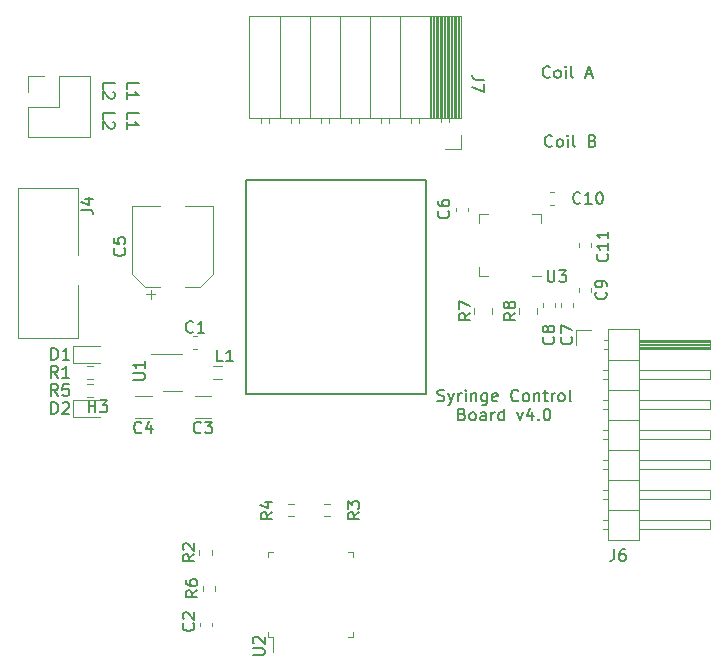
<source format=gbr>
G04 #@! TF.GenerationSoftware,KiCad,Pcbnew,(5.99.0-6632-gb710573c5)*
G04 #@! TF.CreationDate,2020-11-23T17:19:51-05:00*
G04 #@! TF.ProjectId,syringe_board,73797269-6e67-4655-9f62-6f6172642e6b,3.3*
G04 #@! TF.SameCoordinates,Original*
G04 #@! TF.FileFunction,Legend,Top*
G04 #@! TF.FilePolarity,Positive*
%FSLAX46Y46*%
G04 Gerber Fmt 4.6, Leading zero omitted, Abs format (unit mm)*
G04 Created by KiCad (PCBNEW (5.99.0-6632-gb710573c5)) date 2020-11-23 17:19:51*
%MOMM*%
%LPD*%
G01*
G04 APERTURE LIST*
%ADD10C,0.200000*%
%ADD11C,0.150000*%
%ADD12C,0.120000*%
%ADD13C,0.127000*%
G04 APERTURE END LIST*
D10*
X152599142Y-100945761D02*
X152742000Y-100993380D01*
X152980095Y-100993380D01*
X153075333Y-100945761D01*
X153122952Y-100898142D01*
X153170571Y-100802904D01*
X153170571Y-100707666D01*
X153122952Y-100612428D01*
X153075333Y-100564809D01*
X152980095Y-100517190D01*
X152789619Y-100469571D01*
X152694380Y-100421952D01*
X152646761Y-100374333D01*
X152599142Y-100279095D01*
X152599142Y-100183857D01*
X152646761Y-100088619D01*
X152694380Y-100041000D01*
X152789619Y-99993380D01*
X153027714Y-99993380D01*
X153170571Y-100041000D01*
X153503904Y-100326714D02*
X153742000Y-100993380D01*
X153980095Y-100326714D02*
X153742000Y-100993380D01*
X153646761Y-101231476D01*
X153599142Y-101279095D01*
X153503904Y-101326714D01*
X154361047Y-100993380D02*
X154361047Y-100326714D01*
X154361047Y-100517190D02*
X154408666Y-100421952D01*
X154456285Y-100374333D01*
X154551523Y-100326714D01*
X154646761Y-100326714D01*
X154980095Y-100993380D02*
X154980095Y-100326714D01*
X154980095Y-99993380D02*
X154932476Y-100041000D01*
X154980095Y-100088619D01*
X155027714Y-100041000D01*
X154980095Y-99993380D01*
X154980095Y-100088619D01*
X155456285Y-100326714D02*
X155456285Y-100993380D01*
X155456285Y-100421952D02*
X155503904Y-100374333D01*
X155599142Y-100326714D01*
X155742000Y-100326714D01*
X155837238Y-100374333D01*
X155884857Y-100469571D01*
X155884857Y-100993380D01*
X156789619Y-100326714D02*
X156789619Y-101136238D01*
X156742000Y-101231476D01*
X156694380Y-101279095D01*
X156599142Y-101326714D01*
X156456285Y-101326714D01*
X156361047Y-101279095D01*
X156789619Y-100945761D02*
X156694380Y-100993380D01*
X156503904Y-100993380D01*
X156408666Y-100945761D01*
X156361047Y-100898142D01*
X156313428Y-100802904D01*
X156313428Y-100517190D01*
X156361047Y-100421952D01*
X156408666Y-100374333D01*
X156503904Y-100326714D01*
X156694380Y-100326714D01*
X156789619Y-100374333D01*
X157646761Y-100945761D02*
X157551523Y-100993380D01*
X157361047Y-100993380D01*
X157265809Y-100945761D01*
X157218190Y-100850523D01*
X157218190Y-100469571D01*
X157265809Y-100374333D01*
X157361047Y-100326714D01*
X157551523Y-100326714D01*
X157646761Y-100374333D01*
X157694380Y-100469571D01*
X157694380Y-100564809D01*
X157218190Y-100660047D01*
X159456285Y-100898142D02*
X159408666Y-100945761D01*
X159265809Y-100993380D01*
X159170571Y-100993380D01*
X159027714Y-100945761D01*
X158932476Y-100850523D01*
X158884857Y-100755285D01*
X158837238Y-100564809D01*
X158837238Y-100421952D01*
X158884857Y-100231476D01*
X158932476Y-100136238D01*
X159027714Y-100041000D01*
X159170571Y-99993380D01*
X159265809Y-99993380D01*
X159408666Y-100041000D01*
X159456285Y-100088619D01*
X160027714Y-100993380D02*
X159932476Y-100945761D01*
X159884857Y-100898142D01*
X159837238Y-100802904D01*
X159837238Y-100517190D01*
X159884857Y-100421952D01*
X159932476Y-100374333D01*
X160027714Y-100326714D01*
X160170571Y-100326714D01*
X160265809Y-100374333D01*
X160313428Y-100421952D01*
X160361047Y-100517190D01*
X160361047Y-100802904D01*
X160313428Y-100898142D01*
X160265809Y-100945761D01*
X160170571Y-100993380D01*
X160027714Y-100993380D01*
X160789619Y-100326714D02*
X160789619Y-100993380D01*
X160789619Y-100421952D02*
X160837238Y-100374333D01*
X160932476Y-100326714D01*
X161075333Y-100326714D01*
X161170571Y-100374333D01*
X161218190Y-100469571D01*
X161218190Y-100993380D01*
X161551523Y-100326714D02*
X161932476Y-100326714D01*
X161694380Y-99993380D02*
X161694380Y-100850523D01*
X161742000Y-100945761D01*
X161837238Y-100993380D01*
X161932476Y-100993380D01*
X162265809Y-100993380D02*
X162265809Y-100326714D01*
X162265809Y-100517190D02*
X162313428Y-100421952D01*
X162361047Y-100374333D01*
X162456285Y-100326714D01*
X162551523Y-100326714D01*
X163027714Y-100993380D02*
X162932476Y-100945761D01*
X162884857Y-100898142D01*
X162837238Y-100802904D01*
X162837238Y-100517190D01*
X162884857Y-100421952D01*
X162932476Y-100374333D01*
X163027714Y-100326714D01*
X163170571Y-100326714D01*
X163265809Y-100374333D01*
X163313428Y-100421952D01*
X163361047Y-100517190D01*
X163361047Y-100802904D01*
X163313428Y-100898142D01*
X163265809Y-100945761D01*
X163170571Y-100993380D01*
X163027714Y-100993380D01*
X163932476Y-100993380D02*
X163837238Y-100945761D01*
X163789619Y-100850523D01*
X163789619Y-99993380D01*
X154694380Y-102079571D02*
X154837238Y-102127190D01*
X154884857Y-102174809D01*
X154932476Y-102270047D01*
X154932476Y-102412904D01*
X154884857Y-102508142D01*
X154837238Y-102555761D01*
X154742000Y-102603380D01*
X154361047Y-102603380D01*
X154361047Y-101603380D01*
X154694380Y-101603380D01*
X154789619Y-101651000D01*
X154837238Y-101698619D01*
X154884857Y-101793857D01*
X154884857Y-101889095D01*
X154837238Y-101984333D01*
X154789619Y-102031952D01*
X154694380Y-102079571D01*
X154361047Y-102079571D01*
X155503904Y-102603380D02*
X155408666Y-102555761D01*
X155361047Y-102508142D01*
X155313428Y-102412904D01*
X155313428Y-102127190D01*
X155361047Y-102031952D01*
X155408666Y-101984333D01*
X155503904Y-101936714D01*
X155646761Y-101936714D01*
X155742000Y-101984333D01*
X155789619Y-102031952D01*
X155837238Y-102127190D01*
X155837238Y-102412904D01*
X155789619Y-102508142D01*
X155742000Y-102555761D01*
X155646761Y-102603380D01*
X155503904Y-102603380D01*
X156694380Y-102603380D02*
X156694380Y-102079571D01*
X156646761Y-101984333D01*
X156551523Y-101936714D01*
X156361047Y-101936714D01*
X156265809Y-101984333D01*
X156694380Y-102555761D02*
X156599142Y-102603380D01*
X156361047Y-102603380D01*
X156265809Y-102555761D01*
X156218190Y-102460523D01*
X156218190Y-102365285D01*
X156265809Y-102270047D01*
X156361047Y-102222428D01*
X156599142Y-102222428D01*
X156694380Y-102174809D01*
X157170571Y-102603380D02*
X157170571Y-101936714D01*
X157170571Y-102127190D02*
X157218190Y-102031952D01*
X157265809Y-101984333D01*
X157361047Y-101936714D01*
X157456285Y-101936714D01*
X158218190Y-102603380D02*
X158218190Y-101603380D01*
X158218190Y-102555761D02*
X158122952Y-102603380D01*
X157932476Y-102603380D01*
X157837238Y-102555761D01*
X157789619Y-102508142D01*
X157742000Y-102412904D01*
X157742000Y-102127190D01*
X157789619Y-102031952D01*
X157837238Y-101984333D01*
X157932476Y-101936714D01*
X158122952Y-101936714D01*
X158218190Y-101984333D01*
X159361047Y-101936714D02*
X159599142Y-102603380D01*
X159837238Y-101936714D01*
X160646761Y-101936714D02*
X160646761Y-102603380D01*
X160408666Y-101555761D02*
X160170571Y-102270047D01*
X160789619Y-102270047D01*
X161170571Y-102508142D02*
X161218190Y-102555761D01*
X161170571Y-102603380D01*
X161122952Y-102555761D01*
X161170571Y-102508142D01*
X161170571Y-102603380D01*
X161837238Y-101603380D02*
X161932476Y-101603380D01*
X162027714Y-101651000D01*
X162075333Y-101698619D01*
X162122952Y-101793857D01*
X162170571Y-101984333D01*
X162170571Y-102222428D01*
X162122952Y-102412904D01*
X162075333Y-102508142D01*
X162027714Y-102555761D01*
X161932476Y-102603380D01*
X161837238Y-102603380D01*
X161742000Y-102555761D01*
X161694380Y-102508142D01*
X161646761Y-102412904D01*
X161599142Y-102222428D01*
X161599142Y-101984333D01*
X161646761Y-101793857D01*
X161694380Y-101698619D01*
X161742000Y-101651000D01*
X161837238Y-101603380D01*
D11*
X126293619Y-74509333D02*
X126293619Y-74033142D01*
X127293619Y-74033142D01*
X126293619Y-75366476D02*
X126293619Y-74795047D01*
X126293619Y-75080761D02*
X127293619Y-75080761D01*
X127150761Y-74985523D01*
X127055523Y-74890285D01*
X127007904Y-74795047D01*
X124261619Y-74509333D02*
X124261619Y-74033142D01*
X125261619Y-74033142D01*
X125166380Y-74795047D02*
X125214000Y-74842666D01*
X125261619Y-74937904D01*
X125261619Y-75176000D01*
X125214000Y-75271238D01*
X125166380Y-75318857D01*
X125071142Y-75366476D01*
X124975904Y-75366476D01*
X124833047Y-75318857D01*
X124261619Y-74747428D01*
X124261619Y-75366476D01*
X124261619Y-77049333D02*
X124261619Y-76573142D01*
X125261619Y-76573142D01*
X125166380Y-77335047D02*
X125214000Y-77382666D01*
X125261619Y-77477904D01*
X125261619Y-77716000D01*
X125214000Y-77811238D01*
X125166380Y-77858857D01*
X125071142Y-77906476D01*
X124975904Y-77906476D01*
X124833047Y-77858857D01*
X124261619Y-77287428D01*
X124261619Y-77906476D01*
X126293619Y-77049333D02*
X126293619Y-76573142D01*
X127293619Y-76573142D01*
X126293619Y-77906476D02*
X126293619Y-77335047D01*
X126293619Y-77620761D02*
X127293619Y-77620761D01*
X127150761Y-77525523D01*
X127055523Y-77430285D01*
X127007904Y-77335047D01*
X162123619Y-73509142D02*
X162076000Y-73556761D01*
X161933142Y-73604380D01*
X161837904Y-73604380D01*
X161695047Y-73556761D01*
X161599809Y-73461523D01*
X161552190Y-73366285D01*
X161504571Y-73175809D01*
X161504571Y-73032952D01*
X161552190Y-72842476D01*
X161599809Y-72747238D01*
X161695047Y-72652000D01*
X161837904Y-72604380D01*
X161933142Y-72604380D01*
X162076000Y-72652000D01*
X162123619Y-72699619D01*
X162695047Y-73604380D02*
X162599809Y-73556761D01*
X162552190Y-73509142D01*
X162504571Y-73413904D01*
X162504571Y-73128190D01*
X162552190Y-73032952D01*
X162599809Y-72985333D01*
X162695047Y-72937714D01*
X162837904Y-72937714D01*
X162933142Y-72985333D01*
X162980761Y-73032952D01*
X163028380Y-73128190D01*
X163028380Y-73413904D01*
X162980761Y-73509142D01*
X162933142Y-73556761D01*
X162837904Y-73604380D01*
X162695047Y-73604380D01*
X163456952Y-73604380D02*
X163456952Y-72937714D01*
X163456952Y-72604380D02*
X163409333Y-72652000D01*
X163456952Y-72699619D01*
X163504571Y-72652000D01*
X163456952Y-72604380D01*
X163456952Y-72699619D01*
X164076000Y-73604380D02*
X163980761Y-73556761D01*
X163933142Y-73461523D01*
X163933142Y-72604380D01*
X165171238Y-73318666D02*
X165647428Y-73318666D01*
X165076000Y-73604380D02*
X165409333Y-72604380D01*
X165742666Y-73604380D01*
X162306190Y-79351142D02*
X162258571Y-79398761D01*
X162115714Y-79446380D01*
X162020476Y-79446380D01*
X161877619Y-79398761D01*
X161782380Y-79303523D01*
X161734761Y-79208285D01*
X161687142Y-79017809D01*
X161687142Y-78874952D01*
X161734761Y-78684476D01*
X161782380Y-78589238D01*
X161877619Y-78494000D01*
X162020476Y-78446380D01*
X162115714Y-78446380D01*
X162258571Y-78494000D01*
X162306190Y-78541619D01*
X162877619Y-79446380D02*
X162782380Y-79398761D01*
X162734761Y-79351142D01*
X162687142Y-79255904D01*
X162687142Y-78970190D01*
X162734761Y-78874952D01*
X162782380Y-78827333D01*
X162877619Y-78779714D01*
X163020476Y-78779714D01*
X163115714Y-78827333D01*
X163163333Y-78874952D01*
X163210952Y-78970190D01*
X163210952Y-79255904D01*
X163163333Y-79351142D01*
X163115714Y-79398761D01*
X163020476Y-79446380D01*
X162877619Y-79446380D01*
X163639523Y-79446380D02*
X163639523Y-78779714D01*
X163639523Y-78446380D02*
X163591904Y-78494000D01*
X163639523Y-78541619D01*
X163687142Y-78494000D01*
X163639523Y-78446380D01*
X163639523Y-78541619D01*
X164258571Y-79446380D02*
X164163333Y-79398761D01*
X164115714Y-79303523D01*
X164115714Y-78446380D01*
X165734761Y-78922571D02*
X165877619Y-78970190D01*
X165925238Y-79017809D01*
X165972857Y-79113047D01*
X165972857Y-79255904D01*
X165925238Y-79351142D01*
X165877619Y-79398761D01*
X165782380Y-79446380D01*
X165401428Y-79446380D01*
X165401428Y-78446380D01*
X165734761Y-78446380D01*
X165830000Y-78494000D01*
X165877619Y-78541619D01*
X165925238Y-78636857D01*
X165925238Y-78732095D01*
X165877619Y-78827333D01*
X165830000Y-78874952D01*
X165734761Y-78922571D01*
X165401428Y-78922571D01*
X145994380Y-110402666D02*
X145518190Y-110736000D01*
X145994380Y-110974095D02*
X144994380Y-110974095D01*
X144994380Y-110593142D01*
X145042000Y-110497904D01*
X145089619Y-110450285D01*
X145184857Y-110402666D01*
X145327714Y-110402666D01*
X145422952Y-110450285D01*
X145470571Y-110497904D01*
X145518190Y-110593142D01*
X145518190Y-110974095D01*
X144994380Y-110069333D02*
X144994380Y-109450285D01*
X145375333Y-109783619D01*
X145375333Y-109640761D01*
X145422952Y-109545523D01*
X145470571Y-109497904D01*
X145565809Y-109450285D01*
X145803904Y-109450285D01*
X145899142Y-109497904D01*
X145946761Y-109545523D01*
X145994380Y-109640761D01*
X145994380Y-109926476D01*
X145946761Y-110021714D01*
X145899142Y-110069333D01*
X120463333Y-100528380D02*
X120130000Y-100052190D01*
X119891904Y-100528380D02*
X119891904Y-99528380D01*
X120272857Y-99528380D01*
X120368095Y-99576000D01*
X120415714Y-99623619D01*
X120463333Y-99718857D01*
X120463333Y-99861714D01*
X120415714Y-99956952D01*
X120368095Y-100004571D01*
X120272857Y-100052190D01*
X119891904Y-100052190D01*
X121368095Y-99528380D02*
X120891904Y-99528380D01*
X120844285Y-100004571D01*
X120891904Y-99956952D01*
X120987142Y-99909333D01*
X121225238Y-99909333D01*
X121320476Y-99956952D01*
X121368095Y-100004571D01*
X121415714Y-100099809D01*
X121415714Y-100337904D01*
X121368095Y-100433142D01*
X121320476Y-100480761D01*
X121225238Y-100528380D01*
X120987142Y-100528380D01*
X120891904Y-100480761D01*
X120844285Y-100433142D01*
X162413142Y-95542916D02*
X162460761Y-95590535D01*
X162508380Y-95733392D01*
X162508380Y-95828630D01*
X162460761Y-95971488D01*
X162365523Y-96066726D01*
X162270285Y-96114345D01*
X162079809Y-96161964D01*
X161936952Y-96161964D01*
X161746476Y-96114345D01*
X161651238Y-96066726D01*
X161556000Y-95971488D01*
X161508380Y-95828630D01*
X161508380Y-95733392D01*
X161556000Y-95590535D01*
X161603619Y-95542916D01*
X161936952Y-94971488D02*
X161889333Y-95066726D01*
X161841714Y-95114345D01*
X161746476Y-95161964D01*
X161698857Y-95161964D01*
X161603619Y-95114345D01*
X161556000Y-95066726D01*
X161508380Y-94971488D01*
X161508380Y-94781011D01*
X161556000Y-94685773D01*
X161603619Y-94638154D01*
X161698857Y-94590535D01*
X161746476Y-94590535D01*
X161841714Y-94638154D01*
X161889333Y-94685773D01*
X161936952Y-94781011D01*
X161936952Y-94971488D01*
X161984571Y-95066726D01*
X162032190Y-95114345D01*
X162127428Y-95161964D01*
X162317904Y-95161964D01*
X162413142Y-95114345D01*
X162460761Y-95066726D01*
X162508380Y-94971488D01*
X162508380Y-94781011D01*
X162460761Y-94685773D01*
X162413142Y-94638154D01*
X162317904Y-94590535D01*
X162127428Y-94590535D01*
X162032190Y-94638154D01*
X161984571Y-94685773D01*
X161936952Y-94781011D01*
X153523142Y-84874916D02*
X153570761Y-84922535D01*
X153618380Y-85065392D01*
X153618380Y-85160630D01*
X153570761Y-85303488D01*
X153475523Y-85398726D01*
X153380285Y-85446345D01*
X153189809Y-85493964D01*
X153046952Y-85493964D01*
X152856476Y-85446345D01*
X152761238Y-85398726D01*
X152666000Y-85303488D01*
X152618380Y-85160630D01*
X152618380Y-85065392D01*
X152666000Y-84922535D01*
X152713619Y-84874916D01*
X152618380Y-84017773D02*
X152618380Y-84208250D01*
X152666000Y-84303488D01*
X152713619Y-84351107D01*
X152856476Y-84446345D01*
X153046952Y-84493964D01*
X153427904Y-84493964D01*
X153523142Y-84446345D01*
X153570761Y-84398726D01*
X153618380Y-84303488D01*
X153618380Y-84113011D01*
X153570761Y-84017773D01*
X153523142Y-83970154D01*
X153427904Y-83922535D01*
X153189809Y-83922535D01*
X153094571Y-83970154D01*
X153046952Y-84017773D01*
X152999333Y-84113011D01*
X152999333Y-84303488D01*
X153046952Y-84398726D01*
X153094571Y-84446345D01*
X153189809Y-84493964D01*
X159202380Y-93511666D02*
X158726190Y-93845000D01*
X159202380Y-94083095D02*
X158202380Y-94083095D01*
X158202380Y-93702142D01*
X158250000Y-93606904D01*
X158297619Y-93559285D01*
X158392857Y-93511666D01*
X158535714Y-93511666D01*
X158630952Y-93559285D01*
X158678571Y-93606904D01*
X158726190Y-93702142D01*
X158726190Y-94083095D01*
X158630952Y-92940238D02*
X158583333Y-93035476D01*
X158535714Y-93083095D01*
X158440476Y-93130714D01*
X158392857Y-93130714D01*
X158297619Y-93083095D01*
X158250000Y-93035476D01*
X158202380Y-92940238D01*
X158202380Y-92749761D01*
X158250000Y-92654523D01*
X158297619Y-92606904D01*
X158392857Y-92559285D01*
X158440476Y-92559285D01*
X158535714Y-92606904D01*
X158583333Y-92654523D01*
X158630952Y-92749761D01*
X158630952Y-92940238D01*
X158678571Y-93035476D01*
X158726190Y-93083095D01*
X158821428Y-93130714D01*
X159011904Y-93130714D01*
X159107142Y-93083095D01*
X159154761Y-93035476D01*
X159202380Y-92940238D01*
X159202380Y-92749761D01*
X159154761Y-92654523D01*
X159107142Y-92606904D01*
X159011904Y-92559285D01*
X158821428Y-92559285D01*
X158726190Y-92606904D01*
X158678571Y-92654523D01*
X158630952Y-92749761D01*
X166981142Y-88526857D02*
X167028761Y-88574476D01*
X167076380Y-88717333D01*
X167076380Y-88812571D01*
X167028761Y-88955428D01*
X166933523Y-89050666D01*
X166838285Y-89098285D01*
X166647809Y-89145904D01*
X166504952Y-89145904D01*
X166314476Y-89098285D01*
X166219238Y-89050666D01*
X166124000Y-88955428D01*
X166076380Y-88812571D01*
X166076380Y-88717333D01*
X166124000Y-88574476D01*
X166171619Y-88526857D01*
X167076380Y-87574476D02*
X167076380Y-88145904D01*
X167076380Y-87860190D02*
X166076380Y-87860190D01*
X166219238Y-87955428D01*
X166314476Y-88050666D01*
X166362095Y-88145904D01*
X167076380Y-86622095D02*
X167076380Y-87193523D01*
X167076380Y-86907809D02*
X166076380Y-86907809D01*
X166219238Y-87003047D01*
X166314476Y-87098285D01*
X166362095Y-87193523D01*
X126087142Y-88050666D02*
X126134761Y-88098285D01*
X126182380Y-88241142D01*
X126182380Y-88336380D01*
X126134761Y-88479238D01*
X126039523Y-88574476D01*
X125944285Y-88622095D01*
X125753809Y-88669714D01*
X125610952Y-88669714D01*
X125420476Y-88622095D01*
X125325238Y-88574476D01*
X125230000Y-88479238D01*
X125182380Y-88336380D01*
X125182380Y-88241142D01*
X125230000Y-88098285D01*
X125277619Y-88050666D01*
X125182380Y-87145904D02*
X125182380Y-87622095D01*
X125658571Y-87669714D01*
X125610952Y-87622095D01*
X125563333Y-87526857D01*
X125563333Y-87288761D01*
X125610952Y-87193523D01*
X125658571Y-87145904D01*
X125753809Y-87098285D01*
X125991904Y-87098285D01*
X126087142Y-87145904D01*
X126134761Y-87193523D01*
X126182380Y-87288761D01*
X126182380Y-87526857D01*
X126134761Y-87622095D01*
X126087142Y-87669714D01*
X138628380Y-110402666D02*
X138152190Y-110736000D01*
X138628380Y-110974095D02*
X137628380Y-110974095D01*
X137628380Y-110593142D01*
X137676000Y-110497904D01*
X137723619Y-110450285D01*
X137818857Y-110402666D01*
X137961714Y-110402666D01*
X138056952Y-110450285D01*
X138104571Y-110497904D01*
X138152190Y-110593142D01*
X138152190Y-110974095D01*
X137961714Y-109545523D02*
X138628380Y-109545523D01*
X137580761Y-109783619D02*
X138295047Y-110021714D01*
X138295047Y-109402666D01*
X155392380Y-93511666D02*
X154916190Y-93845000D01*
X155392380Y-94083095D02*
X154392380Y-94083095D01*
X154392380Y-93702142D01*
X154440000Y-93606904D01*
X154487619Y-93559285D01*
X154582857Y-93511666D01*
X154725714Y-93511666D01*
X154820952Y-93559285D01*
X154868571Y-93606904D01*
X154916190Y-93702142D01*
X154916190Y-94083095D01*
X154392380Y-93178333D02*
X154392380Y-92511666D01*
X155392380Y-92940238D01*
X119911904Y-102052380D02*
X119911904Y-101052380D01*
X120150000Y-101052380D01*
X120292857Y-101100000D01*
X120388095Y-101195238D01*
X120435714Y-101290476D01*
X120483333Y-101480952D01*
X120483333Y-101623809D01*
X120435714Y-101814285D01*
X120388095Y-101909523D01*
X120292857Y-102004761D01*
X120150000Y-102052380D01*
X119911904Y-102052380D01*
X120864285Y-101147619D02*
X120911904Y-101100000D01*
X121007142Y-101052380D01*
X121245238Y-101052380D01*
X121340476Y-101100000D01*
X121388095Y-101147619D01*
X121435714Y-101242857D01*
X121435714Y-101338095D01*
X121388095Y-101480952D01*
X120816666Y-102052380D01*
X121435714Y-102052380D01*
X161929095Y-89875630D02*
X161929095Y-90685154D01*
X161976714Y-90780392D01*
X162024333Y-90828011D01*
X162119571Y-90875630D01*
X162310047Y-90875630D01*
X162405285Y-90828011D01*
X162452904Y-90780392D01*
X162500523Y-90685154D01*
X162500523Y-89875630D01*
X162881476Y-89875630D02*
X163500523Y-89875630D01*
X163167190Y-90256583D01*
X163310047Y-90256583D01*
X163405285Y-90304202D01*
X163452904Y-90351821D01*
X163500523Y-90447059D01*
X163500523Y-90685154D01*
X163452904Y-90780392D01*
X163405285Y-90828011D01*
X163310047Y-90875630D01*
X163024333Y-90875630D01*
X162929095Y-90828011D01*
X162881476Y-90780392D01*
X163937142Y-95542916D02*
X163984761Y-95590535D01*
X164032380Y-95733392D01*
X164032380Y-95828630D01*
X163984761Y-95971488D01*
X163889523Y-96066726D01*
X163794285Y-96114345D01*
X163603809Y-96161964D01*
X163460952Y-96161964D01*
X163270476Y-96114345D01*
X163175238Y-96066726D01*
X163080000Y-95971488D01*
X163032380Y-95828630D01*
X163032380Y-95733392D01*
X163080000Y-95590535D01*
X163127619Y-95542916D01*
X163032380Y-95209583D02*
X163032380Y-94542916D01*
X164032380Y-94971488D01*
X164711142Y-84177142D02*
X164663523Y-84224761D01*
X164520666Y-84272380D01*
X164425428Y-84272380D01*
X164282571Y-84224761D01*
X164187333Y-84129523D01*
X164139714Y-84034285D01*
X164092095Y-83843809D01*
X164092095Y-83700952D01*
X164139714Y-83510476D01*
X164187333Y-83415238D01*
X164282571Y-83320000D01*
X164425428Y-83272380D01*
X164520666Y-83272380D01*
X164663523Y-83320000D01*
X164711142Y-83367619D01*
X165663523Y-84272380D02*
X165092095Y-84272380D01*
X165377809Y-84272380D02*
X165377809Y-83272380D01*
X165282571Y-83415238D01*
X165187333Y-83510476D01*
X165092095Y-83558095D01*
X166282571Y-83272380D02*
X166377809Y-83272380D01*
X166473047Y-83320000D01*
X166520666Y-83367619D01*
X166568285Y-83462857D01*
X166615904Y-83653333D01*
X166615904Y-83891428D01*
X166568285Y-84081904D01*
X166520666Y-84177142D01*
X166473047Y-84224761D01*
X166377809Y-84272380D01*
X166282571Y-84272380D01*
X166187333Y-84224761D01*
X166139714Y-84177142D01*
X166092095Y-84081904D01*
X166044476Y-83891428D01*
X166044476Y-83653333D01*
X166092095Y-83462857D01*
X166139714Y-83367619D01*
X166187333Y-83320000D01*
X166282571Y-83272380D01*
X166858142Y-91732916D02*
X166905761Y-91780535D01*
X166953380Y-91923392D01*
X166953380Y-92018630D01*
X166905761Y-92161488D01*
X166810523Y-92256726D01*
X166715285Y-92304345D01*
X166524809Y-92351964D01*
X166381952Y-92351964D01*
X166191476Y-92304345D01*
X166096238Y-92256726D01*
X166001000Y-92161488D01*
X165953380Y-92018630D01*
X165953380Y-91923392D01*
X166001000Y-91780535D01*
X166048619Y-91732916D01*
X166953380Y-91256726D02*
X166953380Y-91066250D01*
X166905761Y-90971011D01*
X166858142Y-90923392D01*
X166715285Y-90828154D01*
X166524809Y-90780535D01*
X166143857Y-90780535D01*
X166048619Y-90828154D01*
X166001000Y-90875773D01*
X165953380Y-90971011D01*
X165953380Y-91161488D01*
X166001000Y-91256726D01*
X166048619Y-91304345D01*
X166143857Y-91351964D01*
X166381952Y-91351964D01*
X166477190Y-91304345D01*
X166524809Y-91256726D01*
X166572428Y-91161488D01*
X166572428Y-90971011D01*
X166524809Y-90875773D01*
X166477190Y-90828154D01*
X166381952Y-90780535D01*
X132024380Y-113958666D02*
X131548190Y-114292000D01*
X132024380Y-114530095D02*
X131024380Y-114530095D01*
X131024380Y-114149142D01*
X131072000Y-114053904D01*
X131119619Y-114006285D01*
X131214857Y-113958666D01*
X131357714Y-113958666D01*
X131452952Y-114006285D01*
X131500571Y-114053904D01*
X131548190Y-114149142D01*
X131548190Y-114530095D01*
X131119619Y-113577714D02*
X131072000Y-113530095D01*
X131024380Y-113434857D01*
X131024380Y-113196761D01*
X131072000Y-113101523D01*
X131119619Y-113053904D01*
X131214857Y-113006285D01*
X131310095Y-113006285D01*
X131452952Y-113053904D01*
X132024380Y-113625333D01*
X132024380Y-113006285D01*
X119911904Y-97480380D02*
X119911904Y-96480380D01*
X120150000Y-96480380D01*
X120292857Y-96528000D01*
X120388095Y-96623238D01*
X120435714Y-96718476D01*
X120483333Y-96908952D01*
X120483333Y-97051809D01*
X120435714Y-97242285D01*
X120388095Y-97337523D01*
X120292857Y-97432761D01*
X120150000Y-97480380D01*
X119911904Y-97480380D01*
X121435714Y-97480380D02*
X120864285Y-97480380D01*
X121150000Y-97480380D02*
X121150000Y-96480380D01*
X121054761Y-96623238D01*
X120959523Y-96718476D01*
X120864285Y-96766095D01*
X134453333Y-97607380D02*
X133977142Y-97607380D01*
X133977142Y-96607380D01*
X135310476Y-97607380D02*
X134739047Y-97607380D01*
X135024761Y-97607380D02*
X135024761Y-96607380D01*
X134929523Y-96750238D01*
X134834285Y-96845476D01*
X134739047Y-96893095D01*
X136967980Y-122478704D02*
X137777504Y-122478704D01*
X137872742Y-122431085D01*
X137920361Y-122383466D01*
X137967980Y-122288228D01*
X137967980Y-122097752D01*
X137920361Y-122002514D01*
X137872742Y-121954895D01*
X137777504Y-121907276D01*
X136967980Y-121907276D01*
X137063219Y-121478704D02*
X137015600Y-121431085D01*
X136967980Y-121335847D01*
X136967980Y-121097752D01*
X137015600Y-121002514D01*
X137063219Y-120954895D01*
X137158457Y-120907276D01*
X137253695Y-120907276D01*
X137396552Y-120954895D01*
X137967980Y-121526323D01*
X137967980Y-120907276D01*
X167560666Y-113498380D02*
X167560666Y-114212666D01*
X167513047Y-114355523D01*
X167417809Y-114450761D01*
X167274952Y-114498380D01*
X167179714Y-114498380D01*
X168465428Y-113498380D02*
X168274952Y-113498380D01*
X168179714Y-113546000D01*
X168132095Y-113593619D01*
X168036857Y-113736476D01*
X167989238Y-113926952D01*
X167989238Y-114307904D01*
X168036857Y-114403142D01*
X168084476Y-114450761D01*
X168179714Y-114498380D01*
X168370190Y-114498380D01*
X168465428Y-114450761D01*
X168513047Y-114403142D01*
X168560666Y-114307904D01*
X168560666Y-114069809D01*
X168513047Y-113974571D01*
X168465428Y-113926952D01*
X168370190Y-113879333D01*
X168179714Y-113879333D01*
X168084476Y-113926952D01*
X168036857Y-113974571D01*
X167989238Y-114069809D01*
X122439180Y-84762933D02*
X123153466Y-84762933D01*
X123296323Y-84810552D01*
X123391561Y-84905790D01*
X123439180Y-85048647D01*
X123439180Y-85143885D01*
X122772514Y-83858171D02*
X123439180Y-83858171D01*
X122391561Y-84096266D02*
X123105847Y-84334361D01*
X123105847Y-83715314D01*
X156554619Y-73772666D02*
X155840333Y-73772666D01*
X155697476Y-73725047D01*
X155602238Y-73629809D01*
X155554619Y-73486952D01*
X155554619Y-73391714D01*
X156554619Y-74153619D02*
X156554619Y-74820285D01*
X155554619Y-74391714D01*
X131929142Y-119800666D02*
X131976761Y-119848285D01*
X132024380Y-119991142D01*
X132024380Y-120086380D01*
X131976761Y-120229238D01*
X131881523Y-120324476D01*
X131786285Y-120372095D01*
X131595809Y-120419714D01*
X131452952Y-120419714D01*
X131262476Y-120372095D01*
X131167238Y-120324476D01*
X131072000Y-120229238D01*
X131024380Y-120086380D01*
X131024380Y-119991142D01*
X131072000Y-119848285D01*
X131119619Y-119800666D01*
X131119619Y-119419714D02*
X131072000Y-119372095D01*
X131024380Y-119276857D01*
X131024380Y-119038761D01*
X131072000Y-118943523D01*
X131119619Y-118895904D01*
X131214857Y-118848285D01*
X131310095Y-118848285D01*
X131452952Y-118895904D01*
X132024380Y-119467333D01*
X132024380Y-118848285D01*
X127530559Y-103608142D02*
X127482940Y-103655761D01*
X127340083Y-103703380D01*
X127244845Y-103703380D01*
X127101987Y-103655761D01*
X127006749Y-103560523D01*
X126959130Y-103465285D01*
X126911511Y-103274809D01*
X126911511Y-103131952D01*
X126959130Y-102941476D01*
X127006749Y-102846238D01*
X127101987Y-102751000D01*
X127244845Y-102703380D01*
X127340083Y-102703380D01*
X127482940Y-102751000D01*
X127530559Y-102798619D01*
X128387702Y-103036714D02*
X128387702Y-103703380D01*
X128149606Y-102655761D02*
X127911511Y-103370047D01*
X128530559Y-103370047D01*
X123063095Y-101916380D02*
X123063095Y-100916380D01*
X123063095Y-101392571D02*
X123634523Y-101392571D01*
X123634523Y-101916380D02*
X123634523Y-100916380D01*
X124015476Y-100916380D02*
X124634523Y-100916380D01*
X124301190Y-101297333D01*
X124444047Y-101297333D01*
X124539285Y-101344952D01*
X124586904Y-101392571D01*
X124634523Y-101487809D01*
X124634523Y-101725904D01*
X124586904Y-101821142D01*
X124539285Y-101868761D01*
X124444047Y-101916380D01*
X124158333Y-101916380D01*
X124063095Y-101868761D01*
X124015476Y-101821142D01*
X126833380Y-99186904D02*
X127642904Y-99186904D01*
X127738142Y-99139285D01*
X127785761Y-99091666D01*
X127833380Y-98996428D01*
X127833380Y-98805952D01*
X127785761Y-98710714D01*
X127738142Y-98663095D01*
X127642904Y-98615476D01*
X126833380Y-98615476D01*
X127833380Y-97615476D02*
X127833380Y-98186904D01*
X127833380Y-97901190D02*
X126833380Y-97901190D01*
X126976238Y-97996428D01*
X127071476Y-98091666D01*
X127119095Y-98186904D01*
X132275142Y-117006666D02*
X131798952Y-117340000D01*
X132275142Y-117578095D02*
X131275142Y-117578095D01*
X131275142Y-117197142D01*
X131322762Y-117101904D01*
X131370381Y-117054285D01*
X131465619Y-117006666D01*
X131608476Y-117006666D01*
X131703714Y-117054285D01*
X131751333Y-117101904D01*
X131798952Y-117197142D01*
X131798952Y-117578095D01*
X131275142Y-116149523D02*
X131275142Y-116340000D01*
X131322762Y-116435238D01*
X131370381Y-116482857D01*
X131513238Y-116578095D01*
X131703714Y-116625714D01*
X132084666Y-116625714D01*
X132179904Y-116578095D01*
X132227523Y-116530476D01*
X132275142Y-116435238D01*
X132275142Y-116244761D01*
X132227523Y-116149523D01*
X132179904Y-116101904D01*
X132084666Y-116054285D01*
X131846571Y-116054285D01*
X131751333Y-116101904D01*
X131703714Y-116149523D01*
X131656095Y-116244761D01*
X131656095Y-116435238D01*
X131703714Y-116530476D01*
X131751333Y-116578095D01*
X131846571Y-116625714D01*
X132584302Y-103608142D02*
X132536683Y-103655761D01*
X132393826Y-103703380D01*
X132298588Y-103703380D01*
X132155730Y-103655761D01*
X132060492Y-103560523D01*
X132012873Y-103465285D01*
X131965254Y-103274809D01*
X131965254Y-103131952D01*
X132012873Y-102941476D01*
X132060492Y-102846238D01*
X132155730Y-102751000D01*
X132298588Y-102703380D01*
X132393826Y-102703380D01*
X132536683Y-102751000D01*
X132584302Y-102798619D01*
X132917635Y-102703380D02*
X133536683Y-102703380D01*
X133203349Y-103084333D01*
X133346207Y-103084333D01*
X133441445Y-103131952D01*
X133489064Y-103179571D01*
X133536683Y-103274809D01*
X133536683Y-103512904D01*
X133489064Y-103608142D01*
X133441445Y-103655761D01*
X133346207Y-103703380D01*
X133060492Y-103703380D01*
X132965254Y-103655761D01*
X132917635Y-103608142D01*
X120463333Y-99004380D02*
X120130000Y-98528190D01*
X119891904Y-99004380D02*
X119891904Y-98004380D01*
X120272857Y-98004380D01*
X120368095Y-98052000D01*
X120415714Y-98099619D01*
X120463333Y-98194857D01*
X120463333Y-98337714D01*
X120415714Y-98432952D01*
X120368095Y-98480571D01*
X120272857Y-98528190D01*
X119891904Y-98528190D01*
X121415714Y-99004380D02*
X120844285Y-99004380D01*
X121130000Y-99004380D02*
X121130000Y-98004380D01*
X121034761Y-98147238D01*
X120939523Y-98242476D01*
X120844285Y-98290095D01*
X131918833Y-95099142D02*
X131871214Y-95146761D01*
X131728357Y-95194380D01*
X131633119Y-95194380D01*
X131490261Y-95146761D01*
X131395023Y-95051523D01*
X131347404Y-94956285D01*
X131299785Y-94765809D01*
X131299785Y-94622952D01*
X131347404Y-94432476D01*
X131395023Y-94337238D01*
X131490261Y-94242000D01*
X131633119Y-94194380D01*
X131728357Y-94194380D01*
X131871214Y-94242000D01*
X131918833Y-94289619D01*
X132871214Y-95194380D02*
X132299785Y-95194380D01*
X132585500Y-95194380D02*
X132585500Y-94194380D01*
X132490261Y-94337238D01*
X132395023Y-94432476D01*
X132299785Y-94480095D01*
D12*
X143493258Y-110731137D02*
X143018742Y-110731137D01*
X143493258Y-109686137D02*
X143018742Y-109686137D01*
X122932742Y-100598500D02*
X123407258Y-100598500D01*
X122932742Y-99553500D02*
X123407258Y-99553500D01*
X161546000Y-92976830D02*
X161546000Y-92695670D01*
X162566000Y-92976830D02*
X162566000Y-92695670D01*
X154180000Y-84593170D02*
X154180000Y-84874330D01*
X155200000Y-84593170D02*
X155200000Y-84874330D01*
X161013000Y-93571314D02*
X161013000Y-93117186D01*
X159543000Y-93571314D02*
X159543000Y-93117186D01*
X165614000Y-87896830D02*
X165614000Y-87615670D01*
X164594000Y-87896830D02*
X164594000Y-87615670D01*
X132520563Y-91294000D02*
X133585000Y-90229563D01*
X126765000Y-84474000D02*
X129115000Y-84474000D01*
X126765000Y-90229563D02*
X126765000Y-84474000D01*
X127829437Y-91294000D02*
X126765000Y-90229563D01*
X127933750Y-91927750D02*
X128721250Y-91927750D01*
X127829437Y-91294000D02*
X129115000Y-91294000D01*
X133585000Y-84474000D02*
X131235000Y-84474000D01*
X133585000Y-90229563D02*
X133585000Y-84474000D01*
X132520563Y-91294000D02*
X131235000Y-91294000D01*
X128327500Y-92321500D02*
X128327500Y-91534000D01*
X139970742Y-109686137D02*
X140445258Y-109686137D01*
X139970742Y-110731137D02*
X140445258Y-110731137D01*
X157203000Y-93117186D02*
X157203000Y-93571314D01*
X155733000Y-93117186D02*
X155733000Y-93571314D01*
X121705000Y-102335000D02*
X123990000Y-102335000D01*
X121705000Y-100865000D02*
X121705000Y-102335000D01*
X123990000Y-100865000D02*
X121705000Y-100865000D01*
X160639000Y-85146250D02*
X161364000Y-85146250D01*
X156144000Y-90366250D02*
X156144000Y-89641250D01*
X156869000Y-85146250D02*
X156144000Y-85146250D01*
X156869000Y-90366250D02*
X156144000Y-90366250D01*
X161364000Y-85146250D02*
X161364000Y-85871250D01*
X156144000Y-85146250D02*
X156144000Y-85871250D01*
X160639000Y-90366250D02*
X161364000Y-90366250D01*
X164090000Y-92695670D02*
X164090000Y-92976830D01*
X163070000Y-92695670D02*
X163070000Y-92976830D01*
X162450580Y-84329250D02*
X162169420Y-84329250D01*
X162450580Y-83309250D02*
X162169420Y-83309250D01*
X164594000Y-91706830D02*
X164594000Y-91425670D01*
X165614000Y-91706830D02*
X165614000Y-91425670D01*
X133491500Y-113554742D02*
X133491500Y-114029258D01*
X132446500Y-113554742D02*
X132446500Y-114029258D01*
X121705000Y-97763000D02*
X123990000Y-97763000D01*
X123990000Y-96293000D02*
X121705000Y-96293000D01*
X121705000Y-96293000D02*
X121705000Y-97763000D01*
X133590878Y-99112000D02*
X134390122Y-99112000D01*
X133590878Y-97992000D02*
X134390122Y-97992000D01*
X145469000Y-113738000D02*
X145019000Y-113738000D01*
X138699000Y-120958000D02*
X138699000Y-122248000D01*
X145469000Y-114188000D02*
X145469000Y-113738000D01*
X138249000Y-120958000D02*
X138699000Y-120958000D01*
X145469000Y-120508000D02*
X145469000Y-120958000D01*
X138249000Y-113738000D02*
X138699000Y-113738000D01*
X138249000Y-120508000D02*
X138249000Y-120958000D01*
X145469000Y-120958000D02*
X145019000Y-120958000D01*
X138249000Y-114188000D02*
X138249000Y-113738000D01*
X117945000Y-78648000D02*
X123145000Y-78648000D01*
X120545000Y-73448000D02*
X123145000Y-73448000D01*
X117945000Y-73448000D02*
X119275000Y-73448000D01*
X117945000Y-74778000D02*
X117945000Y-73448000D01*
X123145000Y-73448000D02*
X123145000Y-78648000D01*
X120545000Y-76048000D02*
X120545000Y-73448000D01*
X117945000Y-76048000D02*
X120545000Y-76048000D01*
X117945000Y-76048000D02*
X117945000Y-78648000D01*
X166718000Y-95812000D02*
X167048000Y-95812000D01*
X169708000Y-96472000D02*
X175708000Y-96472000D01*
X167048000Y-94862000D02*
X167048000Y-112762000D01*
X167048000Y-97462000D02*
X169708000Y-97462000D01*
X175708000Y-104192000D02*
X169708000Y-104192000D01*
X169708000Y-111052000D02*
X175708000Y-111052000D01*
X169708000Y-95872000D02*
X175708000Y-95872000D01*
X169708000Y-96232000D02*
X175708000Y-96232000D01*
X166650929Y-108512000D02*
X167048000Y-108512000D01*
X169708000Y-96352000D02*
X175708000Y-96352000D01*
X169708000Y-95992000D02*
X175708000Y-95992000D01*
X167048000Y-110162000D02*
X169708000Y-110162000D01*
X164338000Y-96192000D02*
X164338000Y-94922000D01*
X166650929Y-101652000D02*
X167048000Y-101652000D01*
X166650929Y-98352000D02*
X167048000Y-98352000D01*
X167048000Y-107622000D02*
X169708000Y-107622000D01*
X169708000Y-112762000D02*
X169708000Y-94862000D01*
X166718000Y-96572000D02*
X167048000Y-96572000D01*
X167048000Y-102542000D02*
X169708000Y-102542000D01*
X166650929Y-103432000D02*
X167048000Y-103432000D01*
X167048000Y-105082000D02*
X169708000Y-105082000D01*
X166650929Y-100892000D02*
X167048000Y-100892000D01*
X175708000Y-95812000D02*
X175708000Y-96572000D01*
X166650929Y-111052000D02*
X167048000Y-111052000D01*
X169708000Y-103432000D02*
X175708000Y-103432000D01*
X169708000Y-105972000D02*
X175708000Y-105972000D01*
X175708000Y-96572000D02*
X169708000Y-96572000D01*
X175708000Y-103432000D02*
X175708000Y-104192000D01*
X169708000Y-108512000D02*
X175708000Y-108512000D01*
X175708000Y-105972000D02*
X175708000Y-106732000D01*
X175708000Y-100892000D02*
X175708000Y-101652000D01*
X175708000Y-111812000D02*
X169708000Y-111812000D01*
X175708000Y-101652000D02*
X169708000Y-101652000D01*
X169708000Y-96112000D02*
X175708000Y-96112000D01*
X167048000Y-112762000D02*
X169708000Y-112762000D01*
X169708000Y-98352000D02*
X175708000Y-98352000D01*
X169708000Y-100892000D02*
X175708000Y-100892000D01*
X175708000Y-99112000D02*
X169708000Y-99112000D01*
X169708000Y-95812000D02*
X175708000Y-95812000D01*
X175708000Y-106732000D02*
X169708000Y-106732000D01*
X167048000Y-100002000D02*
X169708000Y-100002000D01*
X166650929Y-109272000D02*
X167048000Y-109272000D01*
X175708000Y-98352000D02*
X175708000Y-99112000D01*
X169708000Y-94862000D02*
X167048000Y-94862000D01*
X164338000Y-94922000D02*
X165608000Y-94922000D01*
X166650929Y-111812000D02*
X167048000Y-111812000D01*
X175708000Y-108512000D02*
X175708000Y-109272000D01*
X166650929Y-106732000D02*
X167048000Y-106732000D01*
X175708000Y-109272000D02*
X169708000Y-109272000D01*
X166650929Y-104192000D02*
X167048000Y-104192000D01*
X166650929Y-99112000D02*
X167048000Y-99112000D01*
X175708000Y-111052000D02*
X175708000Y-111812000D01*
X166650929Y-105972000D02*
X167048000Y-105972000D01*
X117094000Y-82931000D02*
X122174000Y-82931000D01*
X117094000Y-95631000D02*
X117094000Y-82931000D01*
X122174000Y-91186000D02*
X122174000Y-95631000D01*
X122174000Y-95631000D02*
X117094000Y-95631000D01*
X122174000Y-82931000D02*
X122174000Y-88646000D01*
X153147955Y-68396000D02*
X153147955Y-77026000D01*
X153597000Y-77026000D02*
X153597000Y-77376000D01*
X146887000Y-68396000D02*
X146887000Y-77026000D01*
X151967000Y-68396000D02*
X151967000Y-77026000D01*
X149427000Y-68396000D02*
X149427000Y-77026000D01*
X153620335Y-68396000D02*
X153620335Y-77026000D01*
X154447000Y-68396000D02*
X154447000Y-77026000D01*
X153502240Y-68396000D02*
X153502240Y-77026000D01*
X143437000Y-77026000D02*
X143437000Y-77436000D01*
X152877000Y-77026000D02*
X152877000Y-77376000D01*
X148517000Y-77026000D02*
X148517000Y-77436000D01*
X137637000Y-77026000D02*
X137637000Y-77436000D01*
X147797000Y-77026000D02*
X147797000Y-77436000D01*
X152321290Y-68396000D02*
X152321290Y-77026000D01*
X152911765Y-68396000D02*
X152911765Y-77026000D01*
X154567000Y-68396000D02*
X136667000Y-68396000D01*
X153266050Y-68396000D02*
X153266050Y-77026000D01*
X154210810Y-68396000D02*
X154210810Y-77026000D01*
X140897000Y-77026000D02*
X140897000Y-77436000D01*
X154567000Y-79596000D02*
X153237000Y-79596000D01*
X140177000Y-77026000D02*
X140177000Y-77436000D01*
X152439385Y-68396000D02*
X152439385Y-77026000D01*
X154567000Y-78486000D02*
X154567000Y-79596000D01*
X154567000Y-68396000D02*
X154567000Y-77026000D01*
X150337000Y-77026000D02*
X150337000Y-77436000D01*
X141807000Y-68396000D02*
X141807000Y-77026000D01*
X152557480Y-68396000D02*
X152557480Y-77026000D01*
X152085100Y-68396000D02*
X152085100Y-77026000D01*
X138357000Y-77026000D02*
X138357000Y-77436000D01*
X139267000Y-68396000D02*
X139267000Y-77026000D01*
X152793670Y-68396000D02*
X152793670Y-77026000D01*
X152203195Y-68396000D02*
X152203195Y-77026000D01*
X153856525Y-68396000D02*
X153856525Y-77026000D01*
X153738430Y-68396000D02*
X153738430Y-77026000D01*
X145257000Y-77026000D02*
X145257000Y-77436000D01*
X151057000Y-77026000D02*
X151057000Y-77436000D01*
X144347000Y-68396000D02*
X144347000Y-77026000D01*
X142717000Y-77026000D02*
X142717000Y-77436000D01*
X154567000Y-77026000D02*
X136667000Y-77026000D01*
X153384145Y-68396000D02*
X153384145Y-77026000D01*
X154328905Y-68396000D02*
X154328905Y-77026000D01*
X145977000Y-77026000D02*
X145977000Y-77436000D01*
X153029860Y-68396000D02*
X153029860Y-77026000D01*
X153974620Y-68396000D02*
X153974620Y-77026000D01*
X136667000Y-68396000D02*
X136667000Y-77026000D01*
X152675575Y-68396000D02*
X152675575Y-77026000D01*
X154092715Y-68396000D02*
X154092715Y-77026000D01*
X133479000Y-119747420D02*
X133479000Y-120028580D01*
X132459000Y-119747420D02*
X132459000Y-120028580D01*
X126991474Y-102383000D02*
X128413978Y-102383000D01*
X126991474Y-100563000D02*
X128413978Y-100563000D01*
X130180500Y-96992000D02*
X130980500Y-96992000D01*
X130180500Y-100112000D02*
X130980500Y-100112000D01*
X130180500Y-96992000D02*
X128380500Y-96992000D01*
X130180500Y-100112000D02*
X129380500Y-100112000D01*
X132730262Y-117077258D02*
X132730262Y-116602742D01*
X133775262Y-117077258D02*
X133775262Y-116602742D01*
X133467721Y-102383000D02*
X132045217Y-102383000D01*
X133467721Y-100563000D02*
X132045217Y-100563000D01*
X122932742Y-99074500D02*
X123407258Y-99074500D01*
X122932742Y-98029500D02*
X123407258Y-98029500D01*
D13*
X136398000Y-100396000D02*
X136398000Y-82296000D01*
X151638000Y-100396000D02*
X136398000Y-100396000D01*
X151638000Y-82296000D02*
X151638000Y-100396000D01*
X136398000Y-82296000D02*
X151638000Y-82296000D01*
D12*
X131944920Y-96522000D02*
X132226080Y-96522000D01*
X131944920Y-95502000D02*
X132226080Y-95502000D01*
M02*

</source>
